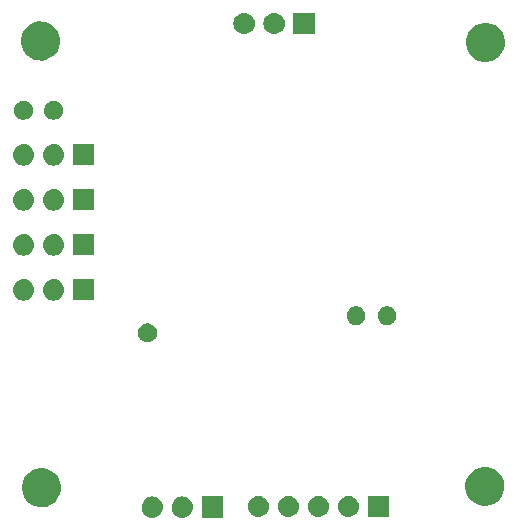
<source format=gbs>
G04 #@! TF.FileFunction,Soldermask,Bot*
%FSLAX46Y46*%
G04 Gerber Fmt 4.6, Leading zero omitted, Abs format (unit mm)*
G04 Created by KiCad (PCBNEW 4.0.7) date 12/16/19 01:30:10*
%MOMM*%
%LPD*%
G01*
G04 APERTURE LIST*
%ADD10C,0.100000*%
G04 APERTURE END LIST*
D10*
G36*
X128586078Y-136483232D02*
X128586090Y-136483236D01*
X128586131Y-136483240D01*
X128754074Y-136535227D01*
X128908721Y-136618844D01*
X129044181Y-136730907D01*
X129155295Y-136867146D01*
X129237831Y-137022373D01*
X129288644Y-137190675D01*
X129305800Y-137365641D01*
X129305800Y-137374359D01*
X129305712Y-137386936D01*
X129286115Y-137561646D01*
X129232957Y-137729222D01*
X129148262Y-137883281D01*
X129035257Y-138017956D01*
X128898245Y-138128116D01*
X128742446Y-138209566D01*
X128573793Y-138259203D01*
X128573764Y-138259206D01*
X128573749Y-138259210D01*
X128398712Y-138275139D01*
X128223922Y-138256768D01*
X128223910Y-138256764D01*
X128223869Y-138256760D01*
X128055926Y-138204773D01*
X127901279Y-138121156D01*
X127765819Y-138009093D01*
X127654705Y-137872854D01*
X127572169Y-137717627D01*
X127521356Y-137549325D01*
X127504200Y-137374359D01*
X127504200Y-137365641D01*
X127504288Y-137353064D01*
X127523885Y-137178354D01*
X127577043Y-137010778D01*
X127661738Y-136856719D01*
X127774743Y-136722044D01*
X127911755Y-136611884D01*
X128067554Y-136530434D01*
X128236207Y-136480797D01*
X128236236Y-136480794D01*
X128236251Y-136480790D01*
X128411288Y-136464861D01*
X128586078Y-136483232D01*
X128586078Y-136483232D01*
G37*
G36*
X131126078Y-136483232D02*
X131126090Y-136483236D01*
X131126131Y-136483240D01*
X131294074Y-136535227D01*
X131448721Y-136618844D01*
X131584181Y-136730907D01*
X131695295Y-136867146D01*
X131777831Y-137022373D01*
X131828644Y-137190675D01*
X131845800Y-137365641D01*
X131845800Y-137374359D01*
X131845712Y-137386936D01*
X131826115Y-137561646D01*
X131772957Y-137729222D01*
X131688262Y-137883281D01*
X131575257Y-138017956D01*
X131438245Y-138128116D01*
X131282446Y-138209566D01*
X131113793Y-138259203D01*
X131113764Y-138259206D01*
X131113749Y-138259210D01*
X130938712Y-138275139D01*
X130763922Y-138256768D01*
X130763910Y-138256764D01*
X130763869Y-138256760D01*
X130595926Y-138204773D01*
X130441279Y-138121156D01*
X130305819Y-138009093D01*
X130194705Y-137872854D01*
X130112169Y-137717627D01*
X130061356Y-137549325D01*
X130044200Y-137374359D01*
X130044200Y-137365641D01*
X130044288Y-137353064D01*
X130063885Y-137178354D01*
X130117043Y-137010778D01*
X130201738Y-136856719D01*
X130314743Y-136722044D01*
X130451755Y-136611884D01*
X130607554Y-136530434D01*
X130776207Y-136480797D01*
X130776236Y-136480794D01*
X130776251Y-136480790D01*
X130951288Y-136464861D01*
X131126078Y-136483232D01*
X131126078Y-136483232D01*
G37*
G36*
X134385800Y-138270800D02*
X132584200Y-138270800D01*
X132584200Y-136469200D01*
X134385800Y-136469200D01*
X134385800Y-138270800D01*
X134385800Y-138270800D01*
G37*
G36*
X137571078Y-136438232D02*
X137571090Y-136438236D01*
X137571131Y-136438240D01*
X137739074Y-136490227D01*
X137893721Y-136573844D01*
X138029181Y-136685907D01*
X138140295Y-136822146D01*
X138222831Y-136977373D01*
X138273644Y-137145675D01*
X138290800Y-137320641D01*
X138290800Y-137329359D01*
X138290712Y-137341936D01*
X138271115Y-137516646D01*
X138217957Y-137684222D01*
X138133262Y-137838281D01*
X138020257Y-137972956D01*
X137883245Y-138083116D01*
X137727446Y-138164566D01*
X137558793Y-138214203D01*
X137558764Y-138214206D01*
X137558749Y-138214210D01*
X137383712Y-138230139D01*
X137208922Y-138211768D01*
X137208910Y-138211764D01*
X137208869Y-138211760D01*
X137040926Y-138159773D01*
X136886279Y-138076156D01*
X136750819Y-137964093D01*
X136639705Y-137827854D01*
X136557169Y-137672627D01*
X136506356Y-137504325D01*
X136489200Y-137329359D01*
X136489200Y-137320641D01*
X136489288Y-137308064D01*
X136508885Y-137133354D01*
X136562043Y-136965778D01*
X136646738Y-136811719D01*
X136759743Y-136677044D01*
X136896755Y-136566884D01*
X137052554Y-136485434D01*
X137221207Y-136435797D01*
X137221236Y-136435794D01*
X137221251Y-136435790D01*
X137396288Y-136419861D01*
X137571078Y-136438232D01*
X137571078Y-136438232D01*
G37*
G36*
X140111078Y-136438232D02*
X140111090Y-136438236D01*
X140111131Y-136438240D01*
X140279074Y-136490227D01*
X140433721Y-136573844D01*
X140569181Y-136685907D01*
X140680295Y-136822146D01*
X140762831Y-136977373D01*
X140813644Y-137145675D01*
X140830800Y-137320641D01*
X140830800Y-137329359D01*
X140830712Y-137341936D01*
X140811115Y-137516646D01*
X140757957Y-137684222D01*
X140673262Y-137838281D01*
X140560257Y-137972956D01*
X140423245Y-138083116D01*
X140267446Y-138164566D01*
X140098793Y-138214203D01*
X140098764Y-138214206D01*
X140098749Y-138214210D01*
X139923712Y-138230139D01*
X139748922Y-138211768D01*
X139748910Y-138211764D01*
X139748869Y-138211760D01*
X139580926Y-138159773D01*
X139426279Y-138076156D01*
X139290819Y-137964093D01*
X139179705Y-137827854D01*
X139097169Y-137672627D01*
X139046356Y-137504325D01*
X139029200Y-137329359D01*
X139029200Y-137320641D01*
X139029288Y-137308064D01*
X139048885Y-137133354D01*
X139102043Y-136965778D01*
X139186738Y-136811719D01*
X139299743Y-136677044D01*
X139436755Y-136566884D01*
X139592554Y-136485434D01*
X139761207Y-136435797D01*
X139761236Y-136435794D01*
X139761251Y-136435790D01*
X139936288Y-136419861D01*
X140111078Y-136438232D01*
X140111078Y-136438232D01*
G37*
G36*
X142651078Y-136438232D02*
X142651090Y-136438236D01*
X142651131Y-136438240D01*
X142819074Y-136490227D01*
X142973721Y-136573844D01*
X143109181Y-136685907D01*
X143220295Y-136822146D01*
X143302831Y-136977373D01*
X143353644Y-137145675D01*
X143370800Y-137320641D01*
X143370800Y-137329359D01*
X143370712Y-137341936D01*
X143351115Y-137516646D01*
X143297957Y-137684222D01*
X143213262Y-137838281D01*
X143100257Y-137972956D01*
X142963245Y-138083116D01*
X142807446Y-138164566D01*
X142638793Y-138214203D01*
X142638764Y-138214206D01*
X142638749Y-138214210D01*
X142463712Y-138230139D01*
X142288922Y-138211768D01*
X142288910Y-138211764D01*
X142288869Y-138211760D01*
X142120926Y-138159773D01*
X141966279Y-138076156D01*
X141830819Y-137964093D01*
X141719705Y-137827854D01*
X141637169Y-137672627D01*
X141586356Y-137504325D01*
X141569200Y-137329359D01*
X141569200Y-137320641D01*
X141569288Y-137308064D01*
X141588885Y-137133354D01*
X141642043Y-136965778D01*
X141726738Y-136811719D01*
X141839743Y-136677044D01*
X141976755Y-136566884D01*
X142132554Y-136485434D01*
X142301207Y-136435797D01*
X142301236Y-136435794D01*
X142301251Y-136435790D01*
X142476288Y-136419861D01*
X142651078Y-136438232D01*
X142651078Y-136438232D01*
G37*
G36*
X145191078Y-136438232D02*
X145191090Y-136438236D01*
X145191131Y-136438240D01*
X145359074Y-136490227D01*
X145513721Y-136573844D01*
X145649181Y-136685907D01*
X145760295Y-136822146D01*
X145842831Y-136977373D01*
X145893644Y-137145675D01*
X145910800Y-137320641D01*
X145910800Y-137329359D01*
X145910712Y-137341936D01*
X145891115Y-137516646D01*
X145837957Y-137684222D01*
X145753262Y-137838281D01*
X145640257Y-137972956D01*
X145503245Y-138083116D01*
X145347446Y-138164566D01*
X145178793Y-138214203D01*
X145178764Y-138214206D01*
X145178749Y-138214210D01*
X145003712Y-138230139D01*
X144828922Y-138211768D01*
X144828910Y-138211764D01*
X144828869Y-138211760D01*
X144660926Y-138159773D01*
X144506279Y-138076156D01*
X144370819Y-137964093D01*
X144259705Y-137827854D01*
X144177169Y-137672627D01*
X144126356Y-137504325D01*
X144109200Y-137329359D01*
X144109200Y-137320641D01*
X144109288Y-137308064D01*
X144128885Y-137133354D01*
X144182043Y-136965778D01*
X144266738Y-136811719D01*
X144379743Y-136677044D01*
X144516755Y-136566884D01*
X144672554Y-136485434D01*
X144841207Y-136435797D01*
X144841236Y-136435794D01*
X144841251Y-136435790D01*
X145016288Y-136419861D01*
X145191078Y-136438232D01*
X145191078Y-136438232D01*
G37*
G36*
X148450800Y-138225800D02*
X146649200Y-138225800D01*
X146649200Y-136424200D01*
X148450800Y-136424200D01*
X148450800Y-138225800D01*
X148450800Y-138225800D01*
G37*
G36*
X119193390Y-134090297D02*
X119510518Y-134155394D01*
X119808963Y-134280849D01*
X120077352Y-134461880D01*
X120305471Y-134691598D01*
X120484622Y-134961241D01*
X120607992Y-135260560D01*
X120670804Y-135577781D01*
X120670804Y-135577792D01*
X120670871Y-135578131D01*
X120665708Y-135947901D01*
X120665631Y-135948239D01*
X120665631Y-135948249D01*
X120593986Y-136263595D01*
X120462310Y-136559344D01*
X120275696Y-136823886D01*
X120041252Y-137047145D01*
X119767909Y-137220614D01*
X119466084Y-137337683D01*
X119147261Y-137393901D01*
X118823593Y-137387121D01*
X118507405Y-137317603D01*
X118210743Y-137187994D01*
X117944905Y-137003232D01*
X117720018Y-136770354D01*
X117544645Y-136498230D01*
X117425468Y-136197222D01*
X117367028Y-135878806D01*
X117371548Y-135555095D01*
X117438857Y-135238432D01*
X117566391Y-134940873D01*
X117749293Y-134673751D01*
X117980595Y-134447243D01*
X118251490Y-134269975D01*
X118551654Y-134148700D01*
X118869661Y-134088038D01*
X119193390Y-134090297D01*
X119193390Y-134090297D01*
G37*
G36*
X156733390Y-133970297D02*
X157050518Y-134035394D01*
X157348963Y-134160849D01*
X157617352Y-134341880D01*
X157845471Y-134571598D01*
X158024622Y-134841241D01*
X158147992Y-135140560D01*
X158210804Y-135457781D01*
X158210804Y-135457792D01*
X158210871Y-135458131D01*
X158205708Y-135827901D01*
X158205631Y-135828239D01*
X158205631Y-135828249D01*
X158133986Y-136143595D01*
X158002310Y-136439344D01*
X157815696Y-136703886D01*
X157581252Y-136927145D01*
X157307909Y-137100614D01*
X157006084Y-137217683D01*
X156687261Y-137273901D01*
X156363593Y-137267121D01*
X156047405Y-137197603D01*
X155750743Y-137067994D01*
X155484905Y-136883232D01*
X155260018Y-136650354D01*
X155084645Y-136378230D01*
X154965468Y-136077222D01*
X154907028Y-135758806D01*
X154911548Y-135435095D01*
X154978857Y-135118432D01*
X155106391Y-134820873D01*
X155289293Y-134553751D01*
X155520595Y-134327243D01*
X155791490Y-134149975D01*
X156091654Y-134028700D01*
X156409661Y-133968038D01*
X156733390Y-133970297D01*
X156733390Y-133970297D01*
G37*
G36*
X128084110Y-121824731D02*
X128237953Y-121856311D01*
X128382725Y-121917167D01*
X128512920Y-122004985D01*
X128623578Y-122116419D01*
X128710487Y-122247227D01*
X128770333Y-122392426D01*
X128800767Y-122546128D01*
X128800767Y-122546133D01*
X128800835Y-122546477D01*
X128798330Y-122725853D01*
X128798253Y-122726191D01*
X128798253Y-122726200D01*
X128763539Y-122878995D01*
X128699663Y-123022462D01*
X128609137Y-123150791D01*
X128495408Y-123259094D01*
X128362808Y-123343245D01*
X128216396Y-123400034D01*
X128061734Y-123427305D01*
X127904723Y-123424017D01*
X127751340Y-123390293D01*
X127607431Y-123327420D01*
X127478473Y-123237792D01*
X127369381Y-123124824D01*
X127284307Y-122992816D01*
X127226494Y-122846796D01*
X127198145Y-122692336D01*
X127200338Y-122535302D01*
X127232990Y-122381690D01*
X127294856Y-122237345D01*
X127383581Y-122107764D01*
X127495785Y-121997885D01*
X127627197Y-121911893D01*
X127772806Y-121853063D01*
X127927072Y-121823636D01*
X128084110Y-121824731D01*
X128084110Y-121824731D01*
G37*
G36*
X145734110Y-120374731D02*
X145887953Y-120406311D01*
X146032725Y-120467167D01*
X146162920Y-120554985D01*
X146273578Y-120666419D01*
X146360487Y-120797227D01*
X146420333Y-120942426D01*
X146450767Y-121096128D01*
X146450767Y-121096133D01*
X146450835Y-121096477D01*
X146448330Y-121275853D01*
X146448253Y-121276191D01*
X146448253Y-121276200D01*
X146413539Y-121428995D01*
X146349663Y-121572462D01*
X146259137Y-121700791D01*
X146145408Y-121809094D01*
X146012808Y-121893245D01*
X145866396Y-121950034D01*
X145711734Y-121977305D01*
X145554723Y-121974017D01*
X145401340Y-121940293D01*
X145257431Y-121877420D01*
X145128473Y-121787792D01*
X145019381Y-121674824D01*
X144934307Y-121542816D01*
X144876494Y-121396796D01*
X144848145Y-121242336D01*
X144850338Y-121085302D01*
X144882990Y-120931690D01*
X144944856Y-120787345D01*
X145033581Y-120657764D01*
X145145785Y-120547885D01*
X145277197Y-120461893D01*
X145422806Y-120403063D01*
X145577072Y-120373636D01*
X145734110Y-120374731D01*
X145734110Y-120374731D01*
G37*
G36*
X148359110Y-120374731D02*
X148512953Y-120406311D01*
X148657725Y-120467167D01*
X148787920Y-120554985D01*
X148898578Y-120666419D01*
X148985487Y-120797227D01*
X149045333Y-120942426D01*
X149075767Y-121096128D01*
X149075767Y-121096133D01*
X149075835Y-121096477D01*
X149073330Y-121275853D01*
X149073253Y-121276191D01*
X149073253Y-121276200D01*
X149038539Y-121428995D01*
X148974663Y-121572462D01*
X148884137Y-121700791D01*
X148770408Y-121809094D01*
X148637808Y-121893245D01*
X148491396Y-121950034D01*
X148336734Y-121977305D01*
X148179723Y-121974017D01*
X148026340Y-121940293D01*
X147882431Y-121877420D01*
X147753473Y-121787792D01*
X147644381Y-121674824D01*
X147559307Y-121542816D01*
X147501494Y-121396796D01*
X147473145Y-121242336D01*
X147475338Y-121085302D01*
X147507990Y-120931690D01*
X147569856Y-120787345D01*
X147658581Y-120657764D01*
X147770785Y-120547885D01*
X147902197Y-120461893D01*
X148047806Y-120403063D01*
X148202072Y-120373636D01*
X148359110Y-120374731D01*
X148359110Y-120374731D01*
G37*
G36*
X117686078Y-118093232D02*
X117686090Y-118093236D01*
X117686131Y-118093240D01*
X117854074Y-118145227D01*
X118008721Y-118228844D01*
X118144181Y-118340907D01*
X118255295Y-118477146D01*
X118337831Y-118632373D01*
X118388644Y-118800675D01*
X118405800Y-118975641D01*
X118405800Y-118984359D01*
X118405712Y-118996936D01*
X118386115Y-119171646D01*
X118332957Y-119339222D01*
X118248262Y-119493281D01*
X118135257Y-119627956D01*
X117998245Y-119738116D01*
X117842446Y-119819566D01*
X117673793Y-119869203D01*
X117673764Y-119869206D01*
X117673749Y-119869210D01*
X117498712Y-119885139D01*
X117323922Y-119866768D01*
X117323910Y-119866764D01*
X117323869Y-119866760D01*
X117155926Y-119814773D01*
X117001279Y-119731156D01*
X116865819Y-119619093D01*
X116754705Y-119482854D01*
X116672169Y-119327627D01*
X116621356Y-119159325D01*
X116604200Y-118984359D01*
X116604200Y-118975641D01*
X116604288Y-118963064D01*
X116623885Y-118788354D01*
X116677043Y-118620778D01*
X116761738Y-118466719D01*
X116874743Y-118332044D01*
X117011755Y-118221884D01*
X117167554Y-118140434D01*
X117336207Y-118090797D01*
X117336236Y-118090794D01*
X117336251Y-118090790D01*
X117511288Y-118074861D01*
X117686078Y-118093232D01*
X117686078Y-118093232D01*
G37*
G36*
X120226078Y-118093232D02*
X120226090Y-118093236D01*
X120226131Y-118093240D01*
X120394074Y-118145227D01*
X120548721Y-118228844D01*
X120684181Y-118340907D01*
X120795295Y-118477146D01*
X120877831Y-118632373D01*
X120928644Y-118800675D01*
X120945800Y-118975641D01*
X120945800Y-118984359D01*
X120945712Y-118996936D01*
X120926115Y-119171646D01*
X120872957Y-119339222D01*
X120788262Y-119493281D01*
X120675257Y-119627956D01*
X120538245Y-119738116D01*
X120382446Y-119819566D01*
X120213793Y-119869203D01*
X120213764Y-119869206D01*
X120213749Y-119869210D01*
X120038712Y-119885139D01*
X119863922Y-119866768D01*
X119863910Y-119866764D01*
X119863869Y-119866760D01*
X119695926Y-119814773D01*
X119541279Y-119731156D01*
X119405819Y-119619093D01*
X119294705Y-119482854D01*
X119212169Y-119327627D01*
X119161356Y-119159325D01*
X119144200Y-118984359D01*
X119144200Y-118975641D01*
X119144288Y-118963064D01*
X119163885Y-118788354D01*
X119217043Y-118620778D01*
X119301738Y-118466719D01*
X119414743Y-118332044D01*
X119551755Y-118221884D01*
X119707554Y-118140434D01*
X119876207Y-118090797D01*
X119876236Y-118090794D01*
X119876251Y-118090790D01*
X120051288Y-118074861D01*
X120226078Y-118093232D01*
X120226078Y-118093232D01*
G37*
G36*
X123485800Y-119880800D02*
X121684200Y-119880800D01*
X121684200Y-118079200D01*
X123485800Y-118079200D01*
X123485800Y-119880800D01*
X123485800Y-119880800D01*
G37*
G36*
X117686078Y-114283232D02*
X117686090Y-114283236D01*
X117686131Y-114283240D01*
X117854074Y-114335227D01*
X118008721Y-114418844D01*
X118144181Y-114530907D01*
X118255295Y-114667146D01*
X118337831Y-114822373D01*
X118388644Y-114990675D01*
X118405800Y-115165641D01*
X118405800Y-115174359D01*
X118405712Y-115186936D01*
X118386115Y-115361646D01*
X118332957Y-115529222D01*
X118248262Y-115683281D01*
X118135257Y-115817956D01*
X117998245Y-115928116D01*
X117842446Y-116009566D01*
X117673793Y-116059203D01*
X117673764Y-116059206D01*
X117673749Y-116059210D01*
X117498712Y-116075139D01*
X117323922Y-116056768D01*
X117323910Y-116056764D01*
X117323869Y-116056760D01*
X117155926Y-116004773D01*
X117001279Y-115921156D01*
X116865819Y-115809093D01*
X116754705Y-115672854D01*
X116672169Y-115517627D01*
X116621356Y-115349325D01*
X116604200Y-115174359D01*
X116604200Y-115165641D01*
X116604288Y-115153064D01*
X116623885Y-114978354D01*
X116677043Y-114810778D01*
X116761738Y-114656719D01*
X116874743Y-114522044D01*
X117011755Y-114411884D01*
X117167554Y-114330434D01*
X117336207Y-114280797D01*
X117336236Y-114280794D01*
X117336251Y-114280790D01*
X117511288Y-114264861D01*
X117686078Y-114283232D01*
X117686078Y-114283232D01*
G37*
G36*
X120226078Y-114283232D02*
X120226090Y-114283236D01*
X120226131Y-114283240D01*
X120394074Y-114335227D01*
X120548721Y-114418844D01*
X120684181Y-114530907D01*
X120795295Y-114667146D01*
X120877831Y-114822373D01*
X120928644Y-114990675D01*
X120945800Y-115165641D01*
X120945800Y-115174359D01*
X120945712Y-115186936D01*
X120926115Y-115361646D01*
X120872957Y-115529222D01*
X120788262Y-115683281D01*
X120675257Y-115817956D01*
X120538245Y-115928116D01*
X120382446Y-116009566D01*
X120213793Y-116059203D01*
X120213764Y-116059206D01*
X120213749Y-116059210D01*
X120038712Y-116075139D01*
X119863922Y-116056768D01*
X119863910Y-116056764D01*
X119863869Y-116056760D01*
X119695926Y-116004773D01*
X119541279Y-115921156D01*
X119405819Y-115809093D01*
X119294705Y-115672854D01*
X119212169Y-115517627D01*
X119161356Y-115349325D01*
X119144200Y-115174359D01*
X119144200Y-115165641D01*
X119144288Y-115153064D01*
X119163885Y-114978354D01*
X119217043Y-114810778D01*
X119301738Y-114656719D01*
X119414743Y-114522044D01*
X119551755Y-114411884D01*
X119707554Y-114330434D01*
X119876207Y-114280797D01*
X119876236Y-114280794D01*
X119876251Y-114280790D01*
X120051288Y-114264861D01*
X120226078Y-114283232D01*
X120226078Y-114283232D01*
G37*
G36*
X123485800Y-116070800D02*
X121684200Y-116070800D01*
X121684200Y-114269200D01*
X123485800Y-114269200D01*
X123485800Y-116070800D01*
X123485800Y-116070800D01*
G37*
G36*
X117686078Y-110473232D02*
X117686090Y-110473236D01*
X117686131Y-110473240D01*
X117854074Y-110525227D01*
X118008721Y-110608844D01*
X118144181Y-110720907D01*
X118255295Y-110857146D01*
X118337831Y-111012373D01*
X118388644Y-111180675D01*
X118405800Y-111355641D01*
X118405800Y-111364359D01*
X118405712Y-111376936D01*
X118386115Y-111551646D01*
X118332957Y-111719222D01*
X118248262Y-111873281D01*
X118135257Y-112007956D01*
X117998245Y-112118116D01*
X117842446Y-112199566D01*
X117673793Y-112249203D01*
X117673764Y-112249206D01*
X117673749Y-112249210D01*
X117498712Y-112265139D01*
X117323922Y-112246768D01*
X117323910Y-112246764D01*
X117323869Y-112246760D01*
X117155926Y-112194773D01*
X117001279Y-112111156D01*
X116865819Y-111999093D01*
X116754705Y-111862854D01*
X116672169Y-111707627D01*
X116621356Y-111539325D01*
X116604200Y-111364359D01*
X116604200Y-111355641D01*
X116604288Y-111343064D01*
X116623885Y-111168354D01*
X116677043Y-111000778D01*
X116761738Y-110846719D01*
X116874743Y-110712044D01*
X117011755Y-110601884D01*
X117167554Y-110520434D01*
X117336207Y-110470797D01*
X117336236Y-110470794D01*
X117336251Y-110470790D01*
X117511288Y-110454861D01*
X117686078Y-110473232D01*
X117686078Y-110473232D01*
G37*
G36*
X120226078Y-110473232D02*
X120226090Y-110473236D01*
X120226131Y-110473240D01*
X120394074Y-110525227D01*
X120548721Y-110608844D01*
X120684181Y-110720907D01*
X120795295Y-110857146D01*
X120877831Y-111012373D01*
X120928644Y-111180675D01*
X120945800Y-111355641D01*
X120945800Y-111364359D01*
X120945712Y-111376936D01*
X120926115Y-111551646D01*
X120872957Y-111719222D01*
X120788262Y-111873281D01*
X120675257Y-112007956D01*
X120538245Y-112118116D01*
X120382446Y-112199566D01*
X120213793Y-112249203D01*
X120213764Y-112249206D01*
X120213749Y-112249210D01*
X120038712Y-112265139D01*
X119863922Y-112246768D01*
X119863910Y-112246764D01*
X119863869Y-112246760D01*
X119695926Y-112194773D01*
X119541279Y-112111156D01*
X119405819Y-111999093D01*
X119294705Y-111862854D01*
X119212169Y-111707627D01*
X119161356Y-111539325D01*
X119144200Y-111364359D01*
X119144200Y-111355641D01*
X119144288Y-111343064D01*
X119163885Y-111168354D01*
X119217043Y-111000778D01*
X119301738Y-110846719D01*
X119414743Y-110712044D01*
X119551755Y-110601884D01*
X119707554Y-110520434D01*
X119876207Y-110470797D01*
X119876236Y-110470794D01*
X119876251Y-110470790D01*
X120051288Y-110454861D01*
X120226078Y-110473232D01*
X120226078Y-110473232D01*
G37*
G36*
X123485800Y-112260800D02*
X121684200Y-112260800D01*
X121684200Y-110459200D01*
X123485800Y-110459200D01*
X123485800Y-112260800D01*
X123485800Y-112260800D01*
G37*
G36*
X117686078Y-106663232D02*
X117686090Y-106663236D01*
X117686131Y-106663240D01*
X117854074Y-106715227D01*
X118008721Y-106798844D01*
X118144181Y-106910907D01*
X118255295Y-107047146D01*
X118337831Y-107202373D01*
X118388644Y-107370675D01*
X118405800Y-107545641D01*
X118405800Y-107554359D01*
X118405712Y-107566936D01*
X118386115Y-107741646D01*
X118332957Y-107909222D01*
X118248262Y-108063281D01*
X118135257Y-108197956D01*
X117998245Y-108308116D01*
X117842446Y-108389566D01*
X117673793Y-108439203D01*
X117673764Y-108439206D01*
X117673749Y-108439210D01*
X117498712Y-108455139D01*
X117323922Y-108436768D01*
X117323910Y-108436764D01*
X117323869Y-108436760D01*
X117155926Y-108384773D01*
X117001279Y-108301156D01*
X116865819Y-108189093D01*
X116754705Y-108052854D01*
X116672169Y-107897627D01*
X116621356Y-107729325D01*
X116604200Y-107554359D01*
X116604200Y-107545641D01*
X116604288Y-107533064D01*
X116623885Y-107358354D01*
X116677043Y-107190778D01*
X116761738Y-107036719D01*
X116874743Y-106902044D01*
X117011755Y-106791884D01*
X117167554Y-106710434D01*
X117336207Y-106660797D01*
X117336236Y-106660794D01*
X117336251Y-106660790D01*
X117511288Y-106644861D01*
X117686078Y-106663232D01*
X117686078Y-106663232D01*
G37*
G36*
X120226078Y-106663232D02*
X120226090Y-106663236D01*
X120226131Y-106663240D01*
X120394074Y-106715227D01*
X120548721Y-106798844D01*
X120684181Y-106910907D01*
X120795295Y-107047146D01*
X120877831Y-107202373D01*
X120928644Y-107370675D01*
X120945800Y-107545641D01*
X120945800Y-107554359D01*
X120945712Y-107566936D01*
X120926115Y-107741646D01*
X120872957Y-107909222D01*
X120788262Y-108063281D01*
X120675257Y-108197956D01*
X120538245Y-108308116D01*
X120382446Y-108389566D01*
X120213793Y-108439203D01*
X120213764Y-108439206D01*
X120213749Y-108439210D01*
X120038712Y-108455139D01*
X119863922Y-108436768D01*
X119863910Y-108436764D01*
X119863869Y-108436760D01*
X119695926Y-108384773D01*
X119541279Y-108301156D01*
X119405819Y-108189093D01*
X119294705Y-108052854D01*
X119212169Y-107897627D01*
X119161356Y-107729325D01*
X119144200Y-107554359D01*
X119144200Y-107545641D01*
X119144288Y-107533064D01*
X119163885Y-107358354D01*
X119217043Y-107190778D01*
X119301738Y-107036719D01*
X119414743Y-106902044D01*
X119551755Y-106791884D01*
X119707554Y-106710434D01*
X119876207Y-106660797D01*
X119876236Y-106660794D01*
X119876251Y-106660790D01*
X120051288Y-106644861D01*
X120226078Y-106663232D01*
X120226078Y-106663232D01*
G37*
G36*
X123485800Y-108450800D02*
X121684200Y-108450800D01*
X121684200Y-106649200D01*
X123485800Y-106649200D01*
X123485800Y-108450800D01*
X123485800Y-108450800D01*
G37*
G36*
X120134110Y-102974731D02*
X120287953Y-103006311D01*
X120432725Y-103067167D01*
X120562920Y-103154985D01*
X120673578Y-103266419D01*
X120760487Y-103397227D01*
X120820333Y-103542426D01*
X120850767Y-103696128D01*
X120850767Y-103696133D01*
X120850835Y-103696477D01*
X120848330Y-103875853D01*
X120848253Y-103876191D01*
X120848253Y-103876200D01*
X120813539Y-104028995D01*
X120749663Y-104172462D01*
X120659137Y-104300791D01*
X120545408Y-104409094D01*
X120412808Y-104493245D01*
X120266396Y-104550034D01*
X120111734Y-104577305D01*
X119954723Y-104574017D01*
X119801340Y-104540293D01*
X119657431Y-104477420D01*
X119528473Y-104387792D01*
X119419381Y-104274824D01*
X119334307Y-104142816D01*
X119276494Y-103996796D01*
X119248145Y-103842336D01*
X119250338Y-103685302D01*
X119282990Y-103531690D01*
X119344856Y-103387345D01*
X119433581Y-103257764D01*
X119545785Y-103147885D01*
X119677197Y-103061893D01*
X119822806Y-103003063D01*
X119977072Y-102973636D01*
X120134110Y-102974731D01*
X120134110Y-102974731D01*
G37*
G36*
X117584110Y-102974731D02*
X117737953Y-103006311D01*
X117882725Y-103067167D01*
X118012920Y-103154985D01*
X118123578Y-103266419D01*
X118210487Y-103397227D01*
X118270333Y-103542426D01*
X118300767Y-103696128D01*
X118300767Y-103696133D01*
X118300835Y-103696477D01*
X118298330Y-103875853D01*
X118298253Y-103876191D01*
X118298253Y-103876200D01*
X118263539Y-104028995D01*
X118199663Y-104172462D01*
X118109137Y-104300791D01*
X117995408Y-104409094D01*
X117862808Y-104493245D01*
X117716396Y-104550034D01*
X117561734Y-104577305D01*
X117404723Y-104574017D01*
X117251340Y-104540293D01*
X117107431Y-104477420D01*
X116978473Y-104387792D01*
X116869381Y-104274824D01*
X116784307Y-104142816D01*
X116726494Y-103996796D01*
X116698145Y-103842336D01*
X116700338Y-103685302D01*
X116732990Y-103531690D01*
X116794856Y-103387345D01*
X116883581Y-103257764D01*
X116995785Y-103147885D01*
X117127197Y-103061893D01*
X117272806Y-103003063D01*
X117427072Y-102973636D01*
X117584110Y-102974731D01*
X117584110Y-102974731D01*
G37*
G36*
X156783390Y-96390297D02*
X157100518Y-96455394D01*
X157398963Y-96580849D01*
X157667352Y-96761880D01*
X157895471Y-96991598D01*
X158074622Y-97261241D01*
X158197992Y-97560560D01*
X158260804Y-97877781D01*
X158260804Y-97877792D01*
X158260871Y-97878131D01*
X158255708Y-98247901D01*
X158255631Y-98248239D01*
X158255631Y-98248249D01*
X158183986Y-98563595D01*
X158052310Y-98859344D01*
X157865696Y-99123886D01*
X157631252Y-99347145D01*
X157357909Y-99520614D01*
X157056084Y-99637683D01*
X156737261Y-99693901D01*
X156413593Y-99687121D01*
X156097405Y-99617603D01*
X155800743Y-99487994D01*
X155534905Y-99303232D01*
X155310018Y-99070354D01*
X155134645Y-98798230D01*
X155015468Y-98497222D01*
X154957028Y-98178806D01*
X154961548Y-97855095D01*
X155028857Y-97538432D01*
X155156391Y-97240873D01*
X155339293Y-96973751D01*
X155570595Y-96747243D01*
X155841490Y-96569975D01*
X156141654Y-96448700D01*
X156459661Y-96388038D01*
X156783390Y-96390297D01*
X156783390Y-96390297D01*
G37*
G36*
X119113390Y-96260297D02*
X119430518Y-96325394D01*
X119728963Y-96450849D01*
X119997352Y-96631880D01*
X120225471Y-96861598D01*
X120404622Y-97131241D01*
X120527992Y-97430560D01*
X120590804Y-97747781D01*
X120590804Y-97747792D01*
X120590871Y-97748131D01*
X120585708Y-98117901D01*
X120585631Y-98118239D01*
X120585631Y-98118249D01*
X120513986Y-98433595D01*
X120382310Y-98729344D01*
X120195696Y-98993886D01*
X119961252Y-99217145D01*
X119687909Y-99390614D01*
X119386084Y-99507683D01*
X119067261Y-99563901D01*
X118743593Y-99557121D01*
X118427405Y-99487603D01*
X118130743Y-99357994D01*
X117864905Y-99173232D01*
X117640018Y-98940354D01*
X117464645Y-98668230D01*
X117345468Y-98367222D01*
X117287028Y-98048806D01*
X117291548Y-97725095D01*
X117358857Y-97408432D01*
X117486391Y-97110873D01*
X117669293Y-96843751D01*
X117900595Y-96617243D01*
X118171490Y-96439975D01*
X118471654Y-96318700D01*
X118789661Y-96258038D01*
X119113390Y-96260297D01*
X119113390Y-96260297D01*
G37*
G36*
X136361078Y-95543232D02*
X136361090Y-95543236D01*
X136361131Y-95543240D01*
X136529074Y-95595227D01*
X136683721Y-95678844D01*
X136819181Y-95790907D01*
X136930295Y-95927146D01*
X137012831Y-96082373D01*
X137063644Y-96250675D01*
X137080800Y-96425641D01*
X137080800Y-96434359D01*
X137080712Y-96446936D01*
X137061115Y-96621646D01*
X137007957Y-96789222D01*
X136923262Y-96943281D01*
X136810257Y-97077956D01*
X136673245Y-97188116D01*
X136517446Y-97269566D01*
X136348793Y-97319203D01*
X136348764Y-97319206D01*
X136348749Y-97319210D01*
X136173712Y-97335139D01*
X135998922Y-97316768D01*
X135998910Y-97316764D01*
X135998869Y-97316760D01*
X135830926Y-97264773D01*
X135676279Y-97181156D01*
X135540819Y-97069093D01*
X135429705Y-96932854D01*
X135347169Y-96777627D01*
X135296356Y-96609325D01*
X135279200Y-96434359D01*
X135279200Y-96425641D01*
X135279288Y-96413064D01*
X135298885Y-96238354D01*
X135352043Y-96070778D01*
X135436738Y-95916719D01*
X135549743Y-95782044D01*
X135686755Y-95671884D01*
X135842554Y-95590434D01*
X136011207Y-95540797D01*
X136011236Y-95540794D01*
X136011251Y-95540790D01*
X136186288Y-95524861D01*
X136361078Y-95543232D01*
X136361078Y-95543232D01*
G37*
G36*
X138901078Y-95543232D02*
X138901090Y-95543236D01*
X138901131Y-95543240D01*
X139069074Y-95595227D01*
X139223721Y-95678844D01*
X139359181Y-95790907D01*
X139470295Y-95927146D01*
X139552831Y-96082373D01*
X139603644Y-96250675D01*
X139620800Y-96425641D01*
X139620800Y-96434359D01*
X139620712Y-96446936D01*
X139601115Y-96621646D01*
X139547957Y-96789222D01*
X139463262Y-96943281D01*
X139350257Y-97077956D01*
X139213245Y-97188116D01*
X139057446Y-97269566D01*
X138888793Y-97319203D01*
X138888764Y-97319206D01*
X138888749Y-97319210D01*
X138713712Y-97335139D01*
X138538922Y-97316768D01*
X138538910Y-97316764D01*
X138538869Y-97316760D01*
X138370926Y-97264773D01*
X138216279Y-97181156D01*
X138080819Y-97069093D01*
X137969705Y-96932854D01*
X137887169Y-96777627D01*
X137836356Y-96609325D01*
X137819200Y-96434359D01*
X137819200Y-96425641D01*
X137819288Y-96413064D01*
X137838885Y-96238354D01*
X137892043Y-96070778D01*
X137976738Y-95916719D01*
X138089743Y-95782044D01*
X138226755Y-95671884D01*
X138382554Y-95590434D01*
X138551207Y-95540797D01*
X138551236Y-95540794D01*
X138551251Y-95540790D01*
X138726288Y-95524861D01*
X138901078Y-95543232D01*
X138901078Y-95543232D01*
G37*
G36*
X142160800Y-97330800D02*
X140359200Y-97330800D01*
X140359200Y-95529200D01*
X142160800Y-95529200D01*
X142160800Y-97330800D01*
X142160800Y-97330800D01*
G37*
M02*

</source>
